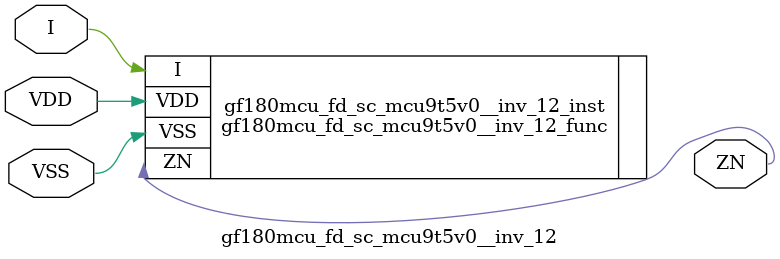
<source format=v>

module gf180mcu_fd_sc_mcu9t5v0__inv_12( I, ZN, VDD, VSS );
input I;
inout VDD, VSS;
output ZN;

   `ifdef FUNCTIONAL  //  functional //

	gf180mcu_fd_sc_mcu9t5v0__inv_12_func gf180mcu_fd_sc_mcu9t5v0__inv_12_behav_inst(.I(I),.ZN(ZN),.VDD(VDD),.VSS(VSS));

   `else

	gf180mcu_fd_sc_mcu9t5v0__inv_12_func gf180mcu_fd_sc_mcu9t5v0__inv_12_inst(.I(I),.ZN(ZN),.VDD(VDD),.VSS(VSS));

	// spec_gates_begin


	// spec_gates_end



   specify

	// specify_block_begin

	// comb arc I --> ZN
	 (I => ZN) = (1.0,1.0);

	// specify_block_end

   endspecify

   `endif

endmodule

</source>
